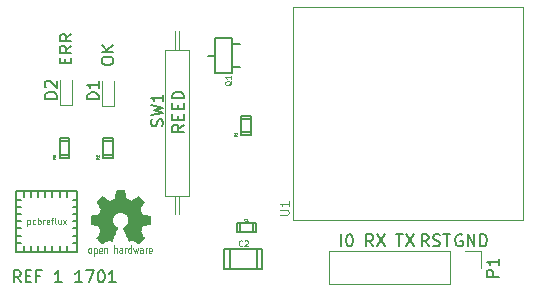
<source format=gto>
G04 #@! TF.GenerationSoftware,KiCad,Pcbnew,no-vcs-found*
G04 #@! TF.CreationDate,2017-01-06T11:39:05+01:00*
G04 #@! TF.ProjectId,ESP32-HELP-Button-CR2032,45535033322D48454C502D427574746F,rev?*
G04 #@! TF.FileFunction,Legend,Top*
G04 #@! TF.FilePolarity,Positive*
%FSLAX46Y46*%
G04 Gerber Fmt 4.6, Leading zero omitted, Abs format (unit mm)*
G04 Created by KiCad (PCBNEW no-vcs-found) date Fri Jan  6 11:39:05 2017*
%MOMM*%
%LPD*%
G01*
G04 APERTURE LIST*
%ADD10C,0.100000*%
%ADD11C,0.200000*%
%ADD12C,0.002540*%
%ADD13C,0.075000*%
%ADD14C,0.150000*%
%ADD15C,0.050000*%
%ADD16C,0.120000*%
%ADD17C,0.127000*%
%ADD18C,0.099060*%
%ADD19C,0.040640*%
%ADD20C,0.119380*%
G04 APERTURE END LIST*
D10*
D11*
X27613714Y-59334380D02*
X27280380Y-58858190D01*
X27042285Y-59334380D02*
X27042285Y-58334380D01*
X27423238Y-58334380D01*
X27518476Y-58382000D01*
X27566095Y-58429619D01*
X27613714Y-58524857D01*
X27613714Y-58667714D01*
X27566095Y-58762952D01*
X27518476Y-58810571D01*
X27423238Y-58858190D01*
X27042285Y-58858190D01*
X28042285Y-58810571D02*
X28375619Y-58810571D01*
X28518476Y-59334380D02*
X28042285Y-59334380D01*
X28042285Y-58334380D01*
X28518476Y-58334380D01*
X29280380Y-58810571D02*
X28947047Y-58810571D01*
X28947047Y-59334380D02*
X28947047Y-58334380D01*
X29423238Y-58334380D01*
X31089904Y-59334380D02*
X30518476Y-59334380D01*
X30804190Y-59334380D02*
X30804190Y-58334380D01*
X30708952Y-58477238D01*
X30613714Y-58572476D01*
X30518476Y-58620095D01*
X32804190Y-59334380D02*
X32232761Y-59334380D01*
X32518476Y-59334380D02*
X32518476Y-58334380D01*
X32423238Y-58477238D01*
X32328000Y-58572476D01*
X32232761Y-58620095D01*
X33137523Y-58334380D02*
X33804190Y-58334380D01*
X33375619Y-59334380D01*
X34375619Y-58334380D02*
X34470857Y-58334380D01*
X34566095Y-58382000D01*
X34613714Y-58429619D01*
X34661333Y-58524857D01*
X34708952Y-58715333D01*
X34708952Y-58953428D01*
X34661333Y-59143904D01*
X34613714Y-59239142D01*
X34566095Y-59286761D01*
X34470857Y-59334380D01*
X34375619Y-59334380D01*
X34280380Y-59286761D01*
X34232761Y-59239142D01*
X34185142Y-59143904D01*
X34137523Y-58953428D01*
X34137523Y-58715333D01*
X34185142Y-58524857D01*
X34232761Y-58429619D01*
X34280380Y-58382000D01*
X34375619Y-58334380D01*
X35661333Y-59334380D02*
X35089904Y-59334380D01*
X35375619Y-59334380D02*
X35375619Y-58334380D01*
X35280380Y-58477238D01*
X35185142Y-58572476D01*
X35089904Y-58620095D01*
X41432380Y-46007238D02*
X40956190Y-46340571D01*
X41432380Y-46578666D02*
X40432380Y-46578666D01*
X40432380Y-46197714D01*
X40480000Y-46102476D01*
X40527619Y-46054857D01*
X40622857Y-46007238D01*
X40765714Y-46007238D01*
X40860952Y-46054857D01*
X40908571Y-46102476D01*
X40956190Y-46197714D01*
X40956190Y-46578666D01*
X40908571Y-45578666D02*
X40908571Y-45245333D01*
X41432380Y-45102476D02*
X41432380Y-45578666D01*
X40432380Y-45578666D01*
X40432380Y-45102476D01*
X40908571Y-44673904D02*
X40908571Y-44340571D01*
X41432380Y-44197714D02*
X41432380Y-44673904D01*
X40432380Y-44673904D01*
X40432380Y-44197714D01*
X41432380Y-43769142D02*
X40432380Y-43769142D01*
X40432380Y-43531047D01*
X40480000Y-43388190D01*
X40575238Y-43292952D01*
X40670476Y-43245333D01*
X40860952Y-43197714D01*
X41003809Y-43197714D01*
X41194285Y-43245333D01*
X41289523Y-43292952D01*
X41384761Y-43388190D01*
X41432380Y-43531047D01*
X41432380Y-43769142D01*
X64983095Y-55334000D02*
X64887857Y-55286380D01*
X64745000Y-55286380D01*
X64602142Y-55334000D01*
X64506904Y-55429238D01*
X64459285Y-55524476D01*
X64411666Y-55714952D01*
X64411666Y-55857809D01*
X64459285Y-56048285D01*
X64506904Y-56143523D01*
X64602142Y-56238761D01*
X64745000Y-56286380D01*
X64840238Y-56286380D01*
X64983095Y-56238761D01*
X65030714Y-56191142D01*
X65030714Y-55857809D01*
X64840238Y-55857809D01*
X65459285Y-56286380D02*
X65459285Y-55286380D01*
X66030714Y-56286380D01*
X66030714Y-55286380D01*
X66506904Y-56286380D02*
X66506904Y-55286380D01*
X66745000Y-55286380D01*
X66887857Y-55334000D01*
X66983095Y-55429238D01*
X67030714Y-55524476D01*
X67078333Y-55714952D01*
X67078333Y-55857809D01*
X67030714Y-56048285D01*
X66983095Y-56143523D01*
X66887857Y-56238761D01*
X66745000Y-56286380D01*
X66506904Y-56286380D01*
X62149380Y-56286380D02*
X61816047Y-55810190D01*
X61577952Y-56286380D02*
X61577952Y-55286380D01*
X61958904Y-55286380D01*
X62054142Y-55334000D01*
X62101761Y-55381619D01*
X62149380Y-55476857D01*
X62149380Y-55619714D01*
X62101761Y-55714952D01*
X62054142Y-55762571D01*
X61958904Y-55810190D01*
X61577952Y-55810190D01*
X62530333Y-56238761D02*
X62673190Y-56286380D01*
X62911285Y-56286380D01*
X63006523Y-56238761D01*
X63054142Y-56191142D01*
X63101761Y-56095904D01*
X63101761Y-56000666D01*
X63054142Y-55905428D01*
X63006523Y-55857809D01*
X62911285Y-55810190D01*
X62720809Y-55762571D01*
X62625571Y-55714952D01*
X62577952Y-55667333D01*
X62530333Y-55572095D01*
X62530333Y-55476857D01*
X62577952Y-55381619D01*
X62625571Y-55334000D01*
X62720809Y-55286380D01*
X62958904Y-55286380D01*
X63101761Y-55334000D01*
X63387476Y-55286380D02*
X63958904Y-55286380D01*
X63673190Y-56286380D02*
X63673190Y-55286380D01*
X59395095Y-55286380D02*
X59966523Y-55286380D01*
X59680809Y-56286380D02*
X59680809Y-55286380D01*
X60204619Y-55286380D02*
X60871285Y-56286380D01*
X60871285Y-55286380D02*
X60204619Y-56286380D01*
X57450333Y-56286380D02*
X57117000Y-55810190D01*
X56878904Y-56286380D02*
X56878904Y-55286380D01*
X57259857Y-55286380D01*
X57355095Y-55334000D01*
X57402714Y-55381619D01*
X57450333Y-55476857D01*
X57450333Y-55619714D01*
X57402714Y-55714952D01*
X57355095Y-55762571D01*
X57259857Y-55810190D01*
X56878904Y-55810190D01*
X57783666Y-55286380D02*
X58450333Y-56286380D01*
X58450333Y-55286380D02*
X57783666Y-56286380D01*
X54727809Y-56286380D02*
X54727809Y-55286380D01*
X55394476Y-55286380D02*
X55489714Y-55286380D01*
X55584952Y-55334000D01*
X55632571Y-55381619D01*
X55680190Y-55476857D01*
X55727809Y-55667333D01*
X55727809Y-55905428D01*
X55680190Y-56095904D01*
X55632571Y-56191142D01*
X55584952Y-56238761D01*
X55489714Y-56286380D01*
X55394476Y-56286380D01*
X55299238Y-56238761D01*
X55251619Y-56191142D01*
X55204000Y-56095904D01*
X55156380Y-55905428D01*
X55156380Y-55667333D01*
X55204000Y-55476857D01*
X55251619Y-55381619D01*
X55299238Y-55334000D01*
X55394476Y-55286380D01*
X31383571Y-40792285D02*
X31383571Y-40458952D01*
X31907380Y-40316095D02*
X31907380Y-40792285D01*
X30907380Y-40792285D01*
X30907380Y-40316095D01*
X31907380Y-39316095D02*
X31431190Y-39649428D01*
X31907380Y-39887523D02*
X30907380Y-39887523D01*
X30907380Y-39506571D01*
X30955000Y-39411333D01*
X31002619Y-39363714D01*
X31097857Y-39316095D01*
X31240714Y-39316095D01*
X31335952Y-39363714D01*
X31383571Y-39411333D01*
X31431190Y-39506571D01*
X31431190Y-39887523D01*
X31907380Y-38316095D02*
X31431190Y-38649428D01*
X31907380Y-38887523D02*
X30907380Y-38887523D01*
X30907380Y-38506571D01*
X30955000Y-38411333D01*
X31002619Y-38363714D01*
X31097857Y-38316095D01*
X31240714Y-38316095D01*
X31335952Y-38363714D01*
X31383571Y-38411333D01*
X31431190Y-38506571D01*
X31431190Y-38887523D01*
X34463380Y-40681238D02*
X34463380Y-40490761D01*
X34511000Y-40395523D01*
X34606238Y-40300285D01*
X34796714Y-40252666D01*
X35130047Y-40252666D01*
X35320523Y-40300285D01*
X35415761Y-40395523D01*
X35463380Y-40490761D01*
X35463380Y-40681238D01*
X35415761Y-40776476D01*
X35320523Y-40871714D01*
X35130047Y-40919333D01*
X34796714Y-40919333D01*
X34606238Y-40871714D01*
X34511000Y-40776476D01*
X34463380Y-40681238D01*
X35463380Y-39824095D02*
X34463380Y-39824095D01*
X35463380Y-39252666D02*
X34891952Y-39681238D01*
X34463380Y-39252666D02*
X35034809Y-39824095D01*
D12*
G36*
X34513160Y-56047360D02*
X34538560Y-56032120D01*
X34596980Y-55996560D01*
X34680800Y-55940680D01*
X34779860Y-55874640D01*
X34878920Y-55808600D01*
X34960200Y-55755260D01*
X35016080Y-55717160D01*
X35041480Y-55704460D01*
X35054180Y-55709540D01*
X35099900Y-55732400D01*
X35168480Y-55767960D01*
X35209120Y-55788280D01*
X35270080Y-55813680D01*
X35303100Y-55821300D01*
X35308180Y-55811140D01*
X35331040Y-55762880D01*
X35366600Y-55681600D01*
X35412320Y-55572380D01*
X35468200Y-55445380D01*
X35524080Y-55310760D01*
X35582500Y-55171060D01*
X35638380Y-55036440D01*
X35686640Y-54917060D01*
X35727280Y-54820540D01*
X35752680Y-54751960D01*
X35762840Y-54724020D01*
X35760300Y-54716400D01*
X35727280Y-54685920D01*
X35673940Y-54645280D01*
X35554560Y-54548760D01*
X35437720Y-54403980D01*
X35366600Y-54238880D01*
X35343740Y-54053460D01*
X35364060Y-53883280D01*
X35430100Y-53720720D01*
X35544400Y-53573400D01*
X35684100Y-53464180D01*
X35846660Y-53395600D01*
X36027000Y-53372740D01*
X36199720Y-53393060D01*
X36367360Y-53459100D01*
X36514680Y-53570860D01*
X36578180Y-53641980D01*
X36664540Y-53791840D01*
X36712800Y-53949320D01*
X36717880Y-53989960D01*
X36710260Y-54165220D01*
X36659460Y-54335400D01*
X36565480Y-54485260D01*
X36435940Y-54609720D01*
X36420700Y-54619880D01*
X36362280Y-54665600D01*
X36321640Y-54696080D01*
X36291160Y-54721480D01*
X36514680Y-55259960D01*
X36550240Y-55343780D01*
X36611200Y-55491100D01*
X36664540Y-55618100D01*
X36707720Y-55719700D01*
X36738200Y-55785740D01*
X36750900Y-55813680D01*
X36750900Y-55816220D01*
X36771220Y-55818760D01*
X36811860Y-55803520D01*
X36888060Y-55767960D01*
X36936320Y-55742560D01*
X36994740Y-55714620D01*
X37020140Y-55704460D01*
X37043000Y-55717160D01*
X37096340Y-55752720D01*
X37177620Y-55806060D01*
X37274140Y-55869560D01*
X37365580Y-55933060D01*
X37449400Y-55988940D01*
X37510360Y-56027040D01*
X37540840Y-56044820D01*
X37545920Y-56044820D01*
X37571320Y-56029580D01*
X37619580Y-55988940D01*
X37693240Y-55920360D01*
X37797380Y-55816220D01*
X37812620Y-55800980D01*
X37898980Y-55714620D01*
X37967560Y-55640960D01*
X38013280Y-55590160D01*
X38031060Y-55567300D01*
X38031060Y-55567300D01*
X38015820Y-55536820D01*
X37977720Y-55475860D01*
X37921840Y-55389500D01*
X37853260Y-55290440D01*
X37675460Y-55031360D01*
X37771980Y-54787520D01*
X37802460Y-54711320D01*
X37840560Y-54622420D01*
X37868500Y-54556380D01*
X37883740Y-54528440D01*
X37909140Y-54518280D01*
X37977720Y-54503040D01*
X38074240Y-54482720D01*
X38188540Y-54462400D01*
X38300300Y-54442080D01*
X38399360Y-54421760D01*
X38470480Y-54409060D01*
X38503500Y-54401440D01*
X38511120Y-54396360D01*
X38518740Y-54381120D01*
X38521280Y-54348100D01*
X38523820Y-54287140D01*
X38526360Y-54193160D01*
X38526360Y-54053460D01*
X38526360Y-54038220D01*
X38523820Y-53908680D01*
X38521280Y-53802000D01*
X38518740Y-53735960D01*
X38513660Y-53708020D01*
X38513660Y-53708020D01*
X38483180Y-53700400D01*
X38412060Y-53685160D01*
X38313000Y-53667380D01*
X38193620Y-53644520D01*
X38186000Y-53641980D01*
X38069160Y-53619120D01*
X37970100Y-53598800D01*
X37898980Y-53583560D01*
X37871040Y-53573400D01*
X37863420Y-53565780D01*
X37840560Y-53520060D01*
X37807540Y-53446400D01*
X37766900Y-53357500D01*
X37728800Y-53263520D01*
X37695780Y-53179700D01*
X37672920Y-53118740D01*
X37665300Y-53090800D01*
X37667840Y-53088260D01*
X37685620Y-53060320D01*
X37726260Y-52999360D01*
X37782140Y-52915540D01*
X37850720Y-52813940D01*
X37855800Y-52806320D01*
X37924380Y-52707260D01*
X37980260Y-52620900D01*
X38015820Y-52562480D01*
X38031060Y-52534540D01*
X38031060Y-52532000D01*
X38008200Y-52501520D01*
X37957400Y-52445640D01*
X37883740Y-52369440D01*
X37797380Y-52280540D01*
X37769440Y-52255140D01*
X37670380Y-52158620D01*
X37604340Y-52097660D01*
X37561160Y-52064640D01*
X37540840Y-52057020D01*
X37540840Y-52057020D01*
X37510360Y-52074800D01*
X37446860Y-52115440D01*
X37363040Y-52173860D01*
X37261440Y-52242440D01*
X37253820Y-52247520D01*
X37154760Y-52316100D01*
X37070940Y-52371980D01*
X37012520Y-52412620D01*
X36984580Y-52427860D01*
X36982040Y-52427860D01*
X36941400Y-52415160D01*
X36870280Y-52389760D01*
X36781380Y-52356740D01*
X36689940Y-52318640D01*
X36606120Y-52283080D01*
X36542620Y-52255140D01*
X36512140Y-52237360D01*
X36512140Y-52237360D01*
X36501980Y-52201800D01*
X36484200Y-52125600D01*
X36463880Y-52024000D01*
X36438480Y-51902080D01*
X36435940Y-51881760D01*
X36413080Y-51762380D01*
X36395300Y-51663320D01*
X36380060Y-51594740D01*
X36372440Y-51566800D01*
X36357200Y-51564260D01*
X36298780Y-51559180D01*
X36209880Y-51556640D01*
X36100660Y-51556640D01*
X35988900Y-51556640D01*
X35879680Y-51559180D01*
X35785700Y-51561720D01*
X35717120Y-51566800D01*
X35689180Y-51571880D01*
X35689180Y-51574420D01*
X35679020Y-51612520D01*
X35661240Y-51686180D01*
X35640920Y-51790320D01*
X35618060Y-51912240D01*
X35612980Y-51935100D01*
X35590120Y-52051940D01*
X35569800Y-52151000D01*
X35557100Y-52217040D01*
X35549480Y-52244980D01*
X35536780Y-52250060D01*
X35488520Y-52270380D01*
X35409780Y-52303400D01*
X35310720Y-52344040D01*
X35082120Y-52435480D01*
X34800180Y-52244980D01*
X34774780Y-52227200D01*
X34673180Y-52158620D01*
X34591900Y-52102740D01*
X34533480Y-52064640D01*
X34510620Y-52051940D01*
X34508080Y-52051940D01*
X34480140Y-52077340D01*
X34424260Y-52130680D01*
X34348060Y-52204340D01*
X34259160Y-52290700D01*
X34195660Y-52356740D01*
X34116920Y-52435480D01*
X34068660Y-52488820D01*
X34040720Y-52521840D01*
X34033100Y-52542160D01*
X34035640Y-52557400D01*
X34053420Y-52585340D01*
X34094060Y-52646300D01*
X34152480Y-52732660D01*
X34221060Y-52831720D01*
X34276940Y-52915540D01*
X34337900Y-53009520D01*
X34376000Y-53075560D01*
X34391240Y-53108580D01*
X34386160Y-53121280D01*
X34368380Y-53177160D01*
X34332820Y-53260980D01*
X34292180Y-53360040D01*
X34193120Y-53581020D01*
X34048340Y-53608960D01*
X33959440Y-53626740D01*
X33837520Y-53649600D01*
X33718140Y-53672460D01*
X33535260Y-53708020D01*
X33527640Y-54383660D01*
X33555580Y-54396360D01*
X33583520Y-54403980D01*
X33652100Y-54419220D01*
X33748620Y-54439540D01*
X33865460Y-54459860D01*
X33961980Y-54477640D01*
X34061040Y-54497960D01*
X34132160Y-54510660D01*
X34162640Y-54518280D01*
X34172800Y-54528440D01*
X34195660Y-54576700D01*
X34231220Y-54652900D01*
X34271860Y-54744340D01*
X34309960Y-54838320D01*
X34345520Y-54927220D01*
X34368380Y-54993260D01*
X34378540Y-55026280D01*
X34365840Y-55054220D01*
X34327740Y-55112640D01*
X34274400Y-55193920D01*
X34205820Y-55292980D01*
X34139780Y-55389500D01*
X34081360Y-55473320D01*
X34043260Y-55534280D01*
X34025480Y-55562220D01*
X34035640Y-55580000D01*
X34073740Y-55628260D01*
X34147400Y-55704460D01*
X34259160Y-55813680D01*
X34276940Y-55831460D01*
X34363300Y-55915280D01*
X34436960Y-55983860D01*
X34490300Y-56029580D01*
X34513160Y-56047360D01*
X34513160Y-56047360D01*
G37*
X34513160Y-56047360D02*
X34538560Y-56032120D01*
X34596980Y-55996560D01*
X34680800Y-55940680D01*
X34779860Y-55874640D01*
X34878920Y-55808600D01*
X34960200Y-55755260D01*
X35016080Y-55717160D01*
X35041480Y-55704460D01*
X35054180Y-55709540D01*
X35099900Y-55732400D01*
X35168480Y-55767960D01*
X35209120Y-55788280D01*
X35270080Y-55813680D01*
X35303100Y-55821300D01*
X35308180Y-55811140D01*
X35331040Y-55762880D01*
X35366600Y-55681600D01*
X35412320Y-55572380D01*
X35468200Y-55445380D01*
X35524080Y-55310760D01*
X35582500Y-55171060D01*
X35638380Y-55036440D01*
X35686640Y-54917060D01*
X35727280Y-54820540D01*
X35752680Y-54751960D01*
X35762840Y-54724020D01*
X35760300Y-54716400D01*
X35727280Y-54685920D01*
X35673940Y-54645280D01*
X35554560Y-54548760D01*
X35437720Y-54403980D01*
X35366600Y-54238880D01*
X35343740Y-54053460D01*
X35364060Y-53883280D01*
X35430100Y-53720720D01*
X35544400Y-53573400D01*
X35684100Y-53464180D01*
X35846660Y-53395600D01*
X36027000Y-53372740D01*
X36199720Y-53393060D01*
X36367360Y-53459100D01*
X36514680Y-53570860D01*
X36578180Y-53641980D01*
X36664540Y-53791840D01*
X36712800Y-53949320D01*
X36717880Y-53989960D01*
X36710260Y-54165220D01*
X36659460Y-54335400D01*
X36565480Y-54485260D01*
X36435940Y-54609720D01*
X36420700Y-54619880D01*
X36362280Y-54665600D01*
X36321640Y-54696080D01*
X36291160Y-54721480D01*
X36514680Y-55259960D01*
X36550240Y-55343780D01*
X36611200Y-55491100D01*
X36664540Y-55618100D01*
X36707720Y-55719700D01*
X36738200Y-55785740D01*
X36750900Y-55813680D01*
X36750900Y-55816220D01*
X36771220Y-55818760D01*
X36811860Y-55803520D01*
X36888060Y-55767960D01*
X36936320Y-55742560D01*
X36994740Y-55714620D01*
X37020140Y-55704460D01*
X37043000Y-55717160D01*
X37096340Y-55752720D01*
X37177620Y-55806060D01*
X37274140Y-55869560D01*
X37365580Y-55933060D01*
X37449400Y-55988940D01*
X37510360Y-56027040D01*
X37540840Y-56044820D01*
X37545920Y-56044820D01*
X37571320Y-56029580D01*
X37619580Y-55988940D01*
X37693240Y-55920360D01*
X37797380Y-55816220D01*
X37812620Y-55800980D01*
X37898980Y-55714620D01*
X37967560Y-55640960D01*
X38013280Y-55590160D01*
X38031060Y-55567300D01*
X38031060Y-55567300D01*
X38015820Y-55536820D01*
X37977720Y-55475860D01*
X37921840Y-55389500D01*
X37853260Y-55290440D01*
X37675460Y-55031360D01*
X37771980Y-54787520D01*
X37802460Y-54711320D01*
X37840560Y-54622420D01*
X37868500Y-54556380D01*
X37883740Y-54528440D01*
X37909140Y-54518280D01*
X37977720Y-54503040D01*
X38074240Y-54482720D01*
X38188540Y-54462400D01*
X38300300Y-54442080D01*
X38399360Y-54421760D01*
X38470480Y-54409060D01*
X38503500Y-54401440D01*
X38511120Y-54396360D01*
X38518740Y-54381120D01*
X38521280Y-54348100D01*
X38523820Y-54287140D01*
X38526360Y-54193160D01*
X38526360Y-54053460D01*
X38526360Y-54038220D01*
X38523820Y-53908680D01*
X38521280Y-53802000D01*
X38518740Y-53735960D01*
X38513660Y-53708020D01*
X38513660Y-53708020D01*
X38483180Y-53700400D01*
X38412060Y-53685160D01*
X38313000Y-53667380D01*
X38193620Y-53644520D01*
X38186000Y-53641980D01*
X38069160Y-53619120D01*
X37970100Y-53598800D01*
X37898980Y-53583560D01*
X37871040Y-53573400D01*
X37863420Y-53565780D01*
X37840560Y-53520060D01*
X37807540Y-53446400D01*
X37766900Y-53357500D01*
X37728800Y-53263520D01*
X37695780Y-53179700D01*
X37672920Y-53118740D01*
X37665300Y-53090800D01*
X37667840Y-53088260D01*
X37685620Y-53060320D01*
X37726260Y-52999360D01*
X37782140Y-52915540D01*
X37850720Y-52813940D01*
X37855800Y-52806320D01*
X37924380Y-52707260D01*
X37980260Y-52620900D01*
X38015820Y-52562480D01*
X38031060Y-52534540D01*
X38031060Y-52532000D01*
X38008200Y-52501520D01*
X37957400Y-52445640D01*
X37883740Y-52369440D01*
X37797380Y-52280540D01*
X37769440Y-52255140D01*
X37670380Y-52158620D01*
X37604340Y-52097660D01*
X37561160Y-52064640D01*
X37540840Y-52057020D01*
X37540840Y-52057020D01*
X37510360Y-52074800D01*
X37446860Y-52115440D01*
X37363040Y-52173860D01*
X37261440Y-52242440D01*
X37253820Y-52247520D01*
X37154760Y-52316100D01*
X37070940Y-52371980D01*
X37012520Y-52412620D01*
X36984580Y-52427860D01*
X36982040Y-52427860D01*
X36941400Y-52415160D01*
X36870280Y-52389760D01*
X36781380Y-52356740D01*
X36689940Y-52318640D01*
X36606120Y-52283080D01*
X36542620Y-52255140D01*
X36512140Y-52237360D01*
X36512140Y-52237360D01*
X36501980Y-52201800D01*
X36484200Y-52125600D01*
X36463880Y-52024000D01*
X36438480Y-51902080D01*
X36435940Y-51881760D01*
X36413080Y-51762380D01*
X36395300Y-51663320D01*
X36380060Y-51594740D01*
X36372440Y-51566800D01*
X36357200Y-51564260D01*
X36298780Y-51559180D01*
X36209880Y-51556640D01*
X36100660Y-51556640D01*
X35988900Y-51556640D01*
X35879680Y-51559180D01*
X35785700Y-51561720D01*
X35717120Y-51566800D01*
X35689180Y-51571880D01*
X35689180Y-51574420D01*
X35679020Y-51612520D01*
X35661240Y-51686180D01*
X35640920Y-51790320D01*
X35618060Y-51912240D01*
X35612980Y-51935100D01*
X35590120Y-52051940D01*
X35569800Y-52151000D01*
X35557100Y-52217040D01*
X35549480Y-52244980D01*
X35536780Y-52250060D01*
X35488520Y-52270380D01*
X35409780Y-52303400D01*
X35310720Y-52344040D01*
X35082120Y-52435480D01*
X34800180Y-52244980D01*
X34774780Y-52227200D01*
X34673180Y-52158620D01*
X34591900Y-52102740D01*
X34533480Y-52064640D01*
X34510620Y-52051940D01*
X34508080Y-52051940D01*
X34480140Y-52077340D01*
X34424260Y-52130680D01*
X34348060Y-52204340D01*
X34259160Y-52290700D01*
X34195660Y-52356740D01*
X34116920Y-52435480D01*
X34068660Y-52488820D01*
X34040720Y-52521840D01*
X34033100Y-52542160D01*
X34035640Y-52557400D01*
X34053420Y-52585340D01*
X34094060Y-52646300D01*
X34152480Y-52732660D01*
X34221060Y-52831720D01*
X34276940Y-52915540D01*
X34337900Y-53009520D01*
X34376000Y-53075560D01*
X34391240Y-53108580D01*
X34386160Y-53121280D01*
X34368380Y-53177160D01*
X34332820Y-53260980D01*
X34292180Y-53360040D01*
X34193120Y-53581020D01*
X34048340Y-53608960D01*
X33959440Y-53626740D01*
X33837520Y-53649600D01*
X33718140Y-53672460D01*
X33535260Y-53708020D01*
X33527640Y-54383660D01*
X33555580Y-54396360D01*
X33583520Y-54403980D01*
X33652100Y-54419220D01*
X33748620Y-54439540D01*
X33865460Y-54459860D01*
X33961980Y-54477640D01*
X34061040Y-54497960D01*
X34132160Y-54510660D01*
X34162640Y-54518280D01*
X34172800Y-54528440D01*
X34195660Y-54576700D01*
X34231220Y-54652900D01*
X34271860Y-54744340D01*
X34309960Y-54838320D01*
X34345520Y-54927220D01*
X34368380Y-54993260D01*
X34378540Y-55026280D01*
X34365840Y-55054220D01*
X34327740Y-55112640D01*
X34274400Y-55193920D01*
X34205820Y-55292980D01*
X34139780Y-55389500D01*
X34081360Y-55473320D01*
X34043260Y-55534280D01*
X34025480Y-55562220D01*
X34035640Y-55580000D01*
X34073740Y-55628260D01*
X34147400Y-55704460D01*
X34259160Y-55813680D01*
X34276940Y-55831460D01*
X34363300Y-55915280D01*
X34436960Y-55983860D01*
X34490300Y-56029580D01*
X34513160Y-56047360D01*
D13*
X33387000Y-56842000D02*
X33437000Y-56882000D01*
X33367000Y-56812000D02*
X33387000Y-56842000D01*
X33347000Y-56752000D02*
X33367000Y-56812000D01*
X33347000Y-56552000D02*
X33347000Y-56752000D01*
X33567000Y-56462000D02*
X33517000Y-56422000D01*
X33587000Y-56492000D02*
X33567000Y-56462000D01*
X33607000Y-56552000D02*
X33587000Y-56492000D01*
X33607000Y-56752000D02*
X33607000Y-56552000D01*
X33587000Y-56822000D02*
X33607000Y-56752000D01*
X33567000Y-56852000D02*
X33587000Y-56822000D01*
X33517000Y-56882000D02*
X33567000Y-56852000D01*
X33437000Y-56882000D02*
X33517000Y-56882000D01*
X33377000Y-56482000D02*
X33347000Y-56552000D01*
X33397000Y-56452000D02*
X33377000Y-56482000D01*
X33437000Y-56422000D02*
X33397000Y-56452000D01*
X33517000Y-56422000D02*
X33437000Y-56422000D01*
X33827000Y-57122000D02*
X33827000Y-56422000D01*
X33877000Y-56882000D02*
X33827000Y-56852000D01*
X33977000Y-56882000D02*
X33877000Y-56882000D01*
X34017000Y-56852000D02*
X33977000Y-56882000D01*
X34037000Y-56822000D02*
X34017000Y-56852000D01*
X34057000Y-56762000D02*
X34037000Y-56822000D01*
X34057000Y-56542000D02*
X34057000Y-56762000D01*
X34037000Y-56482000D02*
X34057000Y-56542000D01*
X34007000Y-56452000D02*
X34037000Y-56482000D01*
X33967000Y-56422000D02*
X34007000Y-56452000D01*
X33867000Y-56422000D02*
X33967000Y-56422000D01*
X33827000Y-56452000D02*
X33867000Y-56422000D01*
X34417000Y-56882000D02*
X34467000Y-56852000D01*
X34317000Y-56882000D02*
X34417000Y-56882000D01*
X34277000Y-56852000D02*
X34317000Y-56882000D01*
X34257000Y-56782000D02*
X34277000Y-56852000D01*
X34257000Y-56512000D02*
X34257000Y-56782000D01*
X34287000Y-56452000D02*
X34257000Y-56512000D01*
X34327000Y-56422000D02*
X34287000Y-56452000D01*
X34427000Y-56422000D02*
X34327000Y-56422000D01*
X34467000Y-56462000D02*
X34427000Y-56422000D01*
X34487000Y-56532000D02*
X34467000Y-56462000D01*
X34487000Y-56652000D02*
X34487000Y-56532000D01*
X34707000Y-56422000D02*
X34707000Y-56882000D01*
X34917000Y-56512000D02*
X34917000Y-56882000D01*
X34897000Y-56452000D02*
X34917000Y-56512000D01*
X34857000Y-56422000D02*
X34897000Y-56452000D01*
X34767000Y-56422000D02*
X34857000Y-56422000D01*
X34727000Y-56452000D02*
X34767000Y-56422000D01*
X34707000Y-56482000D02*
X34727000Y-56452000D01*
X34487000Y-56652000D02*
X34257000Y-56652000D01*
X35537000Y-56182000D02*
X35537000Y-56882000D01*
X35747000Y-56512000D02*
X35747000Y-56882000D01*
X35727000Y-56452000D02*
X35747000Y-56512000D01*
X35687000Y-56422000D02*
X35727000Y-56452000D01*
X35607000Y-56422000D02*
X35687000Y-56422000D01*
X35557000Y-56452000D02*
X35607000Y-56422000D01*
X35537000Y-56492000D02*
X35557000Y-56452000D01*
X36207000Y-56512000D02*
X36207000Y-56882000D01*
X36177000Y-56452000D02*
X36207000Y-56512000D01*
X36137000Y-56422000D02*
X36177000Y-56452000D01*
X36037000Y-56422000D02*
X36137000Y-56422000D01*
X35987000Y-56452000D02*
X36037000Y-56422000D01*
X36047000Y-56612000D02*
X35997000Y-56642000D01*
X36167000Y-56612000D02*
X36047000Y-56612000D01*
X36207000Y-56582000D02*
X36167000Y-56612000D01*
X36157000Y-56882000D02*
X36207000Y-56842000D01*
X36037000Y-56882000D02*
X36157000Y-56882000D01*
X35987000Y-56842000D02*
X36037000Y-56882000D01*
X35967000Y-56782000D02*
X35987000Y-56842000D01*
X35967000Y-56712000D02*
X35967000Y-56782000D01*
X35997000Y-56642000D02*
X35967000Y-56712000D01*
X36447000Y-56422000D02*
X36447000Y-56882000D01*
X36537000Y-56422000D02*
X36587000Y-56422000D01*
X36487000Y-56452000D02*
X36537000Y-56422000D01*
X36467000Y-56472000D02*
X36487000Y-56452000D01*
X36447000Y-56542000D02*
X36467000Y-56472000D01*
X36967000Y-56182000D02*
X36967000Y-56882000D01*
X36907000Y-56412000D02*
X36967000Y-56452000D01*
X36837000Y-56412000D02*
X36907000Y-56412000D01*
X36777000Y-56452000D02*
X36837000Y-56412000D01*
X36757000Y-56482000D02*
X36777000Y-56452000D01*
X36727000Y-56552000D02*
X36757000Y-56482000D01*
X36727000Y-56752000D02*
X36727000Y-56552000D01*
X36757000Y-56822000D02*
X36727000Y-56752000D01*
X36777000Y-56852000D02*
X36757000Y-56822000D01*
X36817000Y-56882000D02*
X36777000Y-56852000D01*
X36927000Y-56882000D02*
X36817000Y-56882000D01*
X36967000Y-56852000D02*
X36927000Y-56882000D01*
X37447000Y-56882000D02*
X37547000Y-56422000D01*
X37347000Y-56542000D02*
X37447000Y-56882000D01*
X37257000Y-56882000D02*
X37347000Y-56542000D01*
X37157000Y-56422000D02*
X37257000Y-56882000D01*
X37737000Y-56642000D02*
X37707000Y-56712000D01*
X37707000Y-56712000D02*
X37707000Y-56782000D01*
X37707000Y-56782000D02*
X37727000Y-56842000D01*
X37727000Y-56842000D02*
X37777000Y-56882000D01*
X37777000Y-56882000D02*
X37897000Y-56882000D01*
X37897000Y-56882000D02*
X37947000Y-56842000D01*
X37947000Y-56582000D02*
X37907000Y-56612000D01*
X37907000Y-56612000D02*
X37787000Y-56612000D01*
X37787000Y-56612000D02*
X37737000Y-56642000D01*
X37727000Y-56452000D02*
X37777000Y-56422000D01*
X37777000Y-56422000D02*
X37877000Y-56422000D01*
X37877000Y-56422000D02*
X37917000Y-56452000D01*
X37917000Y-56452000D02*
X37947000Y-56512000D01*
X37947000Y-56512000D02*
X37947000Y-56882000D01*
X38697000Y-56652000D02*
X38467000Y-56652000D01*
X38697000Y-56652000D02*
X38697000Y-56532000D01*
X38697000Y-56532000D02*
X38677000Y-56462000D01*
X38677000Y-56462000D02*
X38637000Y-56422000D01*
X38637000Y-56422000D02*
X38537000Y-56422000D01*
X38537000Y-56422000D02*
X38497000Y-56452000D01*
X38497000Y-56452000D02*
X38467000Y-56512000D01*
X38467000Y-56512000D02*
X38467000Y-56782000D01*
X38467000Y-56782000D02*
X38487000Y-56852000D01*
X38487000Y-56852000D02*
X38527000Y-56882000D01*
X38527000Y-56882000D02*
X38627000Y-56882000D01*
X38627000Y-56882000D02*
X38677000Y-56852000D01*
X38187000Y-56542000D02*
X38207000Y-56472000D01*
X38207000Y-56472000D02*
X38227000Y-56452000D01*
X38227000Y-56452000D02*
X38277000Y-56422000D01*
X38277000Y-56422000D02*
X38327000Y-56422000D01*
X38187000Y-56422000D02*
X38187000Y-56882000D01*
D14*
X27204000Y-56783000D02*
X27204000Y-51583000D01*
X32404000Y-51583000D02*
X32404000Y-56783000D01*
X32004000Y-52383000D02*
X32404000Y-52383000D01*
X32004000Y-52983000D02*
X32404000Y-52983000D01*
X32004000Y-53583000D02*
X32404000Y-53583000D01*
X32004000Y-54183000D02*
X32404000Y-54183000D01*
X32004000Y-54783000D02*
X32404000Y-54783000D01*
X32004000Y-55383000D02*
X32404000Y-55383000D01*
X32004000Y-55983000D02*
X32404000Y-55983000D01*
X27204000Y-55983000D02*
X27604000Y-55983000D01*
X27204000Y-55383000D02*
X27604000Y-55383000D01*
X27204000Y-54783000D02*
X27604000Y-54783000D01*
X27204000Y-54183000D02*
X27604000Y-54183000D01*
X27204000Y-53583000D02*
X27604000Y-53583000D01*
X27204000Y-52983000D02*
X27604000Y-52983000D01*
X27204000Y-52383000D02*
X27604000Y-52383000D01*
X31504000Y-52083000D02*
X31504000Y-51683000D01*
X30904000Y-52083000D02*
X30904000Y-51683000D01*
X30304000Y-52083000D02*
X30304000Y-51683000D01*
X29704000Y-52083000D02*
X29704000Y-51683000D01*
X29104000Y-52083000D02*
X29104000Y-51683000D01*
X28504000Y-52083000D02*
X28504000Y-51683000D01*
X27904000Y-52083000D02*
X27904000Y-51683000D01*
X27204000Y-56783000D02*
X32404000Y-56783000D01*
X27204000Y-51583000D02*
X32404000Y-51583000D01*
X27904000Y-56683000D02*
X27904000Y-56283000D01*
X28504000Y-56683000D02*
X28504000Y-56283000D01*
X29104000Y-56683000D02*
X29104000Y-56283000D01*
X29704000Y-56683000D02*
X29704000Y-56283000D01*
X30304000Y-56683000D02*
X30304000Y-56283000D01*
X30904000Y-56683000D02*
X30904000Y-56283000D01*
X31504000Y-56683000D02*
X31504000Y-56283000D01*
D15*
X41053000Y-39697000D02*
X41053000Y-38097000D01*
X41853000Y-51997000D02*
X41853000Y-39697000D01*
X39853000Y-39697000D02*
X39853000Y-51997000D01*
X40653000Y-39697000D02*
X40653000Y-38097000D01*
X41053000Y-53597000D02*
X41053000Y-51997000D01*
X40653000Y-51997000D02*
X41153000Y-51997000D01*
X40653000Y-53597000D02*
X40653000Y-51997000D01*
X41853000Y-51997000D02*
X39853000Y-51997000D01*
X39853000Y-39697000D02*
X41853000Y-39697000D01*
D16*
X34511000Y-44396000D02*
X34511000Y-42296000D01*
X35511000Y-44396000D02*
X35511000Y-42296000D01*
X34511000Y-44396000D02*
X35511000Y-44396000D01*
X30955000Y-44345000D02*
X31955000Y-44345000D01*
X31955000Y-44345000D02*
X31955000Y-42245000D01*
X30955000Y-44345000D02*
X30955000Y-42245000D01*
X66627000Y-56730000D02*
X66627000Y-58120000D01*
X65237000Y-56730000D02*
X66627000Y-56730000D01*
X63967000Y-59510000D02*
X63967000Y-56730000D01*
X53687000Y-59510000D02*
X63967000Y-59510000D01*
X53687000Y-56730000D02*
X53687000Y-59510000D01*
X63967000Y-56730000D02*
X53687000Y-56730000D01*
D17*
X45488500Y-39197000D02*
X46148900Y-39197000D01*
X45488500Y-41102000D02*
X46148900Y-41102000D01*
X44091500Y-40149500D02*
X43431100Y-40149500D01*
X44091500Y-41648100D02*
X44091500Y-38650900D01*
X44091500Y-38650900D02*
X45488500Y-38650900D01*
X45488500Y-38650900D02*
X45488500Y-41648100D01*
X45488500Y-41648100D02*
X44091500Y-41648100D01*
X46288600Y-46623960D02*
X47101400Y-46623960D01*
X47076000Y-45506360D02*
X46288600Y-45506360D01*
X47101400Y-45252360D02*
X47101400Y-46877960D01*
X47101400Y-46877960D02*
X46288600Y-46877960D01*
X46288600Y-46877960D02*
X46288600Y-45252360D01*
X46288600Y-45252360D02*
X47101400Y-45252360D01*
X35417400Y-48782960D02*
X34604600Y-48782960D01*
X35417400Y-47157360D02*
X35417400Y-48782960D01*
X34604600Y-47157360D02*
X35417400Y-47157360D01*
X34604600Y-48782960D02*
X34604600Y-47157360D01*
X34630000Y-48528960D02*
X35417400Y-48528960D01*
X35417400Y-47411360D02*
X34604600Y-47411360D01*
X31734400Y-47411360D02*
X30921600Y-47411360D01*
X30947000Y-48528960D02*
X31734400Y-48528960D01*
X30921600Y-48782960D02*
X30921600Y-47157360D01*
X30921600Y-47157360D02*
X31734400Y-47157360D01*
X31734400Y-47157360D02*
X31734400Y-48782960D01*
X31734400Y-48782960D02*
X30921600Y-48782960D01*
D15*
X50656000Y-54022000D02*
X50656000Y-36022000D01*
X70156000Y-54022000D02*
X50656000Y-54022000D01*
X70156000Y-36022000D02*
X70156000Y-54022000D01*
X50656000Y-36022000D02*
X70156000Y-36022000D01*
D17*
X47263960Y-55097400D02*
X47263960Y-54284600D01*
X46146360Y-54310000D02*
X46146360Y-55097400D01*
X45892360Y-54284600D02*
X47517960Y-54284600D01*
X47517960Y-54284600D02*
X47517960Y-55097400D01*
X47517960Y-55097400D02*
X45892360Y-55097400D01*
X45892360Y-55097400D02*
X45892360Y-54284600D01*
X47584000Y-58170800D02*
X47584000Y-56545200D01*
X45298000Y-56545200D02*
X45298000Y-58170800D01*
X44840800Y-56545200D02*
X44840800Y-58170800D01*
X44840800Y-58170800D02*
X48041200Y-58170800D01*
X48041200Y-58170800D02*
X48041200Y-56545200D01*
X48041200Y-56545200D02*
X44840800Y-56545200D01*
D10*
X28184952Y-54075857D02*
X28184952Y-54575857D01*
X28184952Y-54099666D02*
X28232571Y-54075857D01*
X28327809Y-54075857D01*
X28375428Y-54099666D01*
X28399238Y-54123476D01*
X28423047Y-54171095D01*
X28423047Y-54313952D01*
X28399238Y-54361571D01*
X28375428Y-54385380D01*
X28327809Y-54409190D01*
X28232571Y-54409190D01*
X28184952Y-54385380D01*
X28851619Y-54385380D02*
X28804000Y-54409190D01*
X28708761Y-54409190D01*
X28661142Y-54385380D01*
X28637333Y-54361571D01*
X28613523Y-54313952D01*
X28613523Y-54171095D01*
X28637333Y-54123476D01*
X28661142Y-54099666D01*
X28708761Y-54075857D01*
X28804000Y-54075857D01*
X28851619Y-54099666D01*
X29065904Y-54409190D02*
X29065904Y-53909190D01*
X29065904Y-54099666D02*
X29113523Y-54075857D01*
X29208761Y-54075857D01*
X29256380Y-54099666D01*
X29280190Y-54123476D01*
X29304000Y-54171095D01*
X29304000Y-54313952D01*
X29280190Y-54361571D01*
X29256380Y-54385380D01*
X29208761Y-54409190D01*
X29113523Y-54409190D01*
X29065904Y-54385380D01*
X29518285Y-54409190D02*
X29518285Y-54075857D01*
X29518285Y-54171095D02*
X29542095Y-54123476D01*
X29565904Y-54099666D01*
X29613523Y-54075857D01*
X29661142Y-54075857D01*
X30018285Y-54385380D02*
X29970666Y-54409190D01*
X29875428Y-54409190D01*
X29827809Y-54385380D01*
X29804000Y-54337761D01*
X29804000Y-54147285D01*
X29827809Y-54099666D01*
X29875428Y-54075857D01*
X29970666Y-54075857D01*
X30018285Y-54099666D01*
X30042095Y-54147285D01*
X30042095Y-54194904D01*
X29804000Y-54242523D01*
X30184952Y-54075857D02*
X30375428Y-54075857D01*
X30256380Y-54409190D02*
X30256380Y-53980619D01*
X30280190Y-53933000D01*
X30327809Y-53909190D01*
X30375428Y-53909190D01*
X30613523Y-54409190D02*
X30565904Y-54385380D01*
X30542095Y-54337761D01*
X30542095Y-53909190D01*
X31018285Y-54075857D02*
X31018285Y-54409190D01*
X30804000Y-54075857D02*
X30804000Y-54337761D01*
X30827809Y-54385380D01*
X30875428Y-54409190D01*
X30946857Y-54409190D01*
X30994476Y-54385380D01*
X31018285Y-54361571D01*
X31208761Y-54409190D02*
X31470666Y-54075857D01*
X31208761Y-54075857D02*
X31470666Y-54409190D01*
D14*
X39606761Y-46118333D02*
X39654380Y-45975476D01*
X39654380Y-45737380D01*
X39606761Y-45642142D01*
X39559142Y-45594523D01*
X39463904Y-45546904D01*
X39368666Y-45546904D01*
X39273428Y-45594523D01*
X39225809Y-45642142D01*
X39178190Y-45737380D01*
X39130571Y-45927857D01*
X39082952Y-46023095D01*
X39035333Y-46070714D01*
X38940095Y-46118333D01*
X38844857Y-46118333D01*
X38749619Y-46070714D01*
X38702000Y-46023095D01*
X38654380Y-45927857D01*
X38654380Y-45689761D01*
X38702000Y-45546904D01*
X38654380Y-45213571D02*
X39654380Y-44975476D01*
X38940095Y-44785000D01*
X39654380Y-44594523D01*
X38654380Y-44356428D01*
X39654380Y-43451666D02*
X39654380Y-44023095D01*
X39654380Y-43737380D02*
X38654380Y-43737380D01*
X38797238Y-43832619D01*
X38892476Y-43927857D01*
X38940095Y-44023095D01*
X34213380Y-43834095D02*
X33213380Y-43834095D01*
X33213380Y-43596000D01*
X33261000Y-43453142D01*
X33356238Y-43357904D01*
X33451476Y-43310285D01*
X33641952Y-43262666D01*
X33784809Y-43262666D01*
X33975285Y-43310285D01*
X34070523Y-43357904D01*
X34165761Y-43453142D01*
X34213380Y-43596000D01*
X34213380Y-43834095D01*
X34213380Y-42310285D02*
X34213380Y-42881714D01*
X34213380Y-42596000D02*
X33213380Y-42596000D01*
X33356238Y-42691238D01*
X33451476Y-42786476D01*
X33499095Y-42881714D01*
X30657380Y-43783095D02*
X29657380Y-43783095D01*
X29657380Y-43545000D01*
X29705000Y-43402142D01*
X29800238Y-43306904D01*
X29895476Y-43259285D01*
X30085952Y-43211666D01*
X30228809Y-43211666D01*
X30419285Y-43259285D01*
X30514523Y-43306904D01*
X30609761Y-43402142D01*
X30657380Y-43545000D01*
X30657380Y-43783095D01*
X29752619Y-42830714D02*
X29705000Y-42783095D01*
X29657380Y-42687857D01*
X29657380Y-42449761D01*
X29705000Y-42354523D01*
X29752619Y-42306904D01*
X29847857Y-42259285D01*
X29943095Y-42259285D01*
X30085952Y-42306904D01*
X30657380Y-42878333D01*
X30657380Y-42259285D01*
X68079380Y-58858095D02*
X67079380Y-58858095D01*
X67079380Y-58477142D01*
X67127000Y-58381904D01*
X67174619Y-58334285D01*
X67269857Y-58286666D01*
X67412714Y-58286666D01*
X67507952Y-58334285D01*
X67555571Y-58381904D01*
X67603190Y-58477142D01*
X67603190Y-58858095D01*
X68079380Y-57334285D02*
X68079380Y-57905714D01*
X68079380Y-57620000D02*
X67079380Y-57620000D01*
X67222238Y-57715238D01*
X67317476Y-57810476D01*
X67365095Y-57905714D01*
D18*
X45445017Y-42292655D02*
X45421190Y-42340310D01*
X45373534Y-42387965D01*
X45302051Y-42459448D01*
X45278224Y-42507103D01*
X45278224Y-42554759D01*
X45397362Y-42530931D02*
X45373534Y-42578586D01*
X45325879Y-42626241D01*
X45230569Y-42650069D01*
X45063775Y-42650069D01*
X44968465Y-42626241D01*
X44920810Y-42578586D01*
X44896982Y-42530931D01*
X44896982Y-42435620D01*
X44920810Y-42387965D01*
X44968465Y-42340310D01*
X45063775Y-42316482D01*
X45230569Y-42316482D01*
X45325879Y-42340310D01*
X45373534Y-42387965D01*
X45397362Y-42435620D01*
X45397362Y-42530931D01*
X45397362Y-41839930D02*
X45397362Y-42125861D01*
X45397362Y-41982896D02*
X44896982Y-41982896D01*
X44968465Y-42030551D01*
X45016120Y-42078206D01*
X45039948Y-42125861D01*
D19*
X45896774Y-46850443D02*
X45801222Y-46917330D01*
X45896774Y-46965106D02*
X45696114Y-46965106D01*
X45696114Y-46888664D01*
X45705670Y-46869553D01*
X45715225Y-46859998D01*
X45734335Y-46850443D01*
X45763001Y-46850443D01*
X45782111Y-46859998D01*
X45791667Y-46869553D01*
X45801222Y-46888664D01*
X45801222Y-46965106D01*
X45896774Y-46659338D02*
X45896774Y-46774001D01*
X45896774Y-46716670D02*
X45696114Y-46716670D01*
X45724780Y-46735780D01*
X45743890Y-46754890D01*
X45753446Y-46774001D01*
X34212774Y-48755443D02*
X34117222Y-48822330D01*
X34212774Y-48870106D02*
X34012114Y-48870106D01*
X34012114Y-48793664D01*
X34021670Y-48774553D01*
X34031225Y-48764998D01*
X34050335Y-48755443D01*
X34079001Y-48755443D01*
X34098111Y-48764998D01*
X34107667Y-48774553D01*
X34117222Y-48793664D01*
X34117222Y-48870106D01*
X34031225Y-48679001D02*
X34021670Y-48669446D01*
X34012114Y-48650335D01*
X34012114Y-48602559D01*
X34021670Y-48583449D01*
X34031225Y-48573893D01*
X34050335Y-48564338D01*
X34069446Y-48564338D01*
X34098111Y-48573893D01*
X34212774Y-48688556D01*
X34212774Y-48564338D01*
X30529774Y-48755443D02*
X30434222Y-48822330D01*
X30529774Y-48870106D02*
X30329114Y-48870106D01*
X30329114Y-48793664D01*
X30338670Y-48774553D01*
X30348225Y-48764998D01*
X30367335Y-48755443D01*
X30396001Y-48755443D01*
X30415111Y-48764998D01*
X30424667Y-48774553D01*
X30434222Y-48793664D01*
X30434222Y-48870106D01*
X30329114Y-48688556D02*
X30329114Y-48564338D01*
X30405556Y-48631225D01*
X30405556Y-48602559D01*
X30415111Y-48583449D01*
X30424667Y-48573893D01*
X30443777Y-48564338D01*
X30491553Y-48564338D01*
X30510664Y-48573893D01*
X30520219Y-48583449D01*
X30529774Y-48602559D01*
X30529774Y-48659890D01*
X30520219Y-48679001D01*
X30510664Y-48688556D01*
D10*
X49560885Y-53632828D02*
X50168028Y-53632828D01*
X50239457Y-53597114D01*
X50275171Y-53561400D01*
X50310885Y-53489971D01*
X50310885Y-53347114D01*
X50275171Y-53275685D01*
X50239457Y-53239971D01*
X50168028Y-53204257D01*
X49560885Y-53204257D01*
X50310885Y-52454257D02*
X50310885Y-52882828D01*
X50310885Y-52668542D02*
X49560885Y-52668542D01*
X49668028Y-52739971D01*
X49739457Y-52811400D01*
X49775171Y-52882828D01*
D19*
X46671716Y-54127664D02*
X46662161Y-54137219D01*
X46633495Y-54146774D01*
X46614385Y-54146774D01*
X46585719Y-54137219D01*
X46566609Y-54118109D01*
X46557053Y-54098998D01*
X46547498Y-54060777D01*
X46547498Y-54032111D01*
X46557053Y-53993890D01*
X46566609Y-53974780D01*
X46585719Y-53955670D01*
X46614385Y-53946114D01*
X46633495Y-53946114D01*
X46662161Y-53955670D01*
X46671716Y-53965225D01*
X46862821Y-54146774D02*
X46748158Y-54146774D01*
X46805490Y-54146774D02*
X46805490Y-53946114D01*
X46786379Y-53974780D01*
X46767269Y-53993890D01*
X46748158Y-54003446D01*
D20*
X46383003Y-56241307D02*
X46359175Y-56265134D01*
X46287692Y-56288962D01*
X46240037Y-56288962D01*
X46168554Y-56265134D01*
X46120899Y-56217479D01*
X46097071Y-56169824D01*
X46073244Y-56074513D01*
X46073244Y-56003030D01*
X46097071Y-55907720D01*
X46120899Y-55860065D01*
X46168554Y-55812410D01*
X46240037Y-55788582D01*
X46287692Y-55788582D01*
X46359175Y-55812410D01*
X46383003Y-55836237D01*
X46573624Y-55836237D02*
X46597451Y-55812410D01*
X46645107Y-55788582D01*
X46764245Y-55788582D01*
X46811900Y-55812410D01*
X46835728Y-55836237D01*
X46859555Y-55883892D01*
X46859555Y-55931548D01*
X46835728Y-56003030D01*
X46549796Y-56288962D01*
X46859555Y-56288962D01*
M02*

</source>
